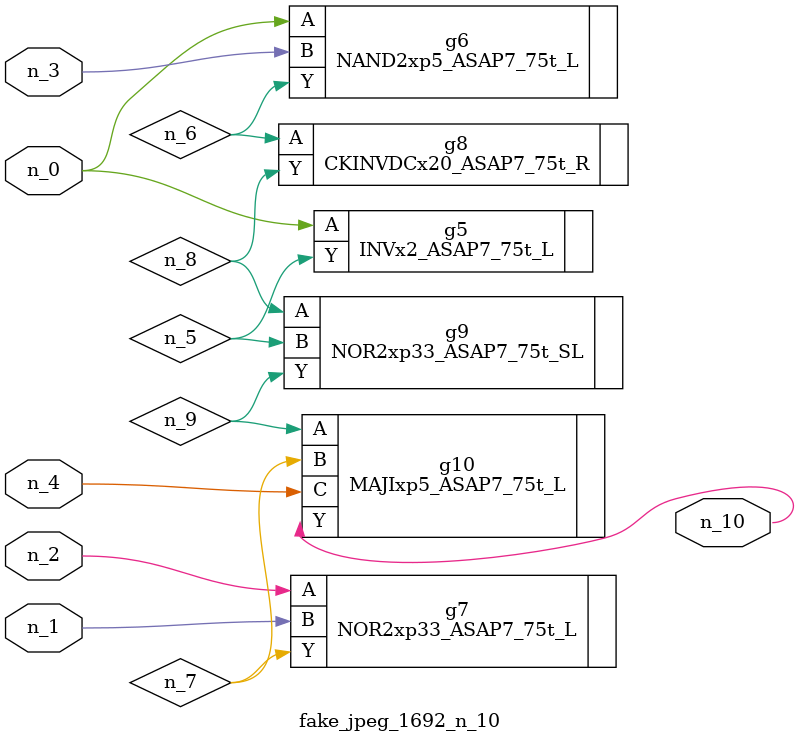
<source format=v>
module fake_jpeg_1692_n_10 (n_3, n_2, n_1, n_0, n_4, n_10);

input n_3;
input n_2;
input n_1;
input n_0;
input n_4;

output n_10;

wire n_8;
wire n_9;
wire n_6;
wire n_5;
wire n_7;

INVx2_ASAP7_75t_L g5 ( 
.A(n_0),
.Y(n_5)
);

NAND2xp5_ASAP7_75t_L g6 ( 
.A(n_0),
.B(n_3),
.Y(n_6)
);

NOR2xp33_ASAP7_75t_L g7 ( 
.A(n_2),
.B(n_1),
.Y(n_7)
);

CKINVDCx20_ASAP7_75t_R g8 ( 
.A(n_6),
.Y(n_8)
);

NOR2xp33_ASAP7_75t_SL g9 ( 
.A(n_8),
.B(n_5),
.Y(n_9)
);

MAJIxp5_ASAP7_75t_L g10 ( 
.A(n_9),
.B(n_7),
.C(n_4),
.Y(n_10)
);


endmodule
</source>
